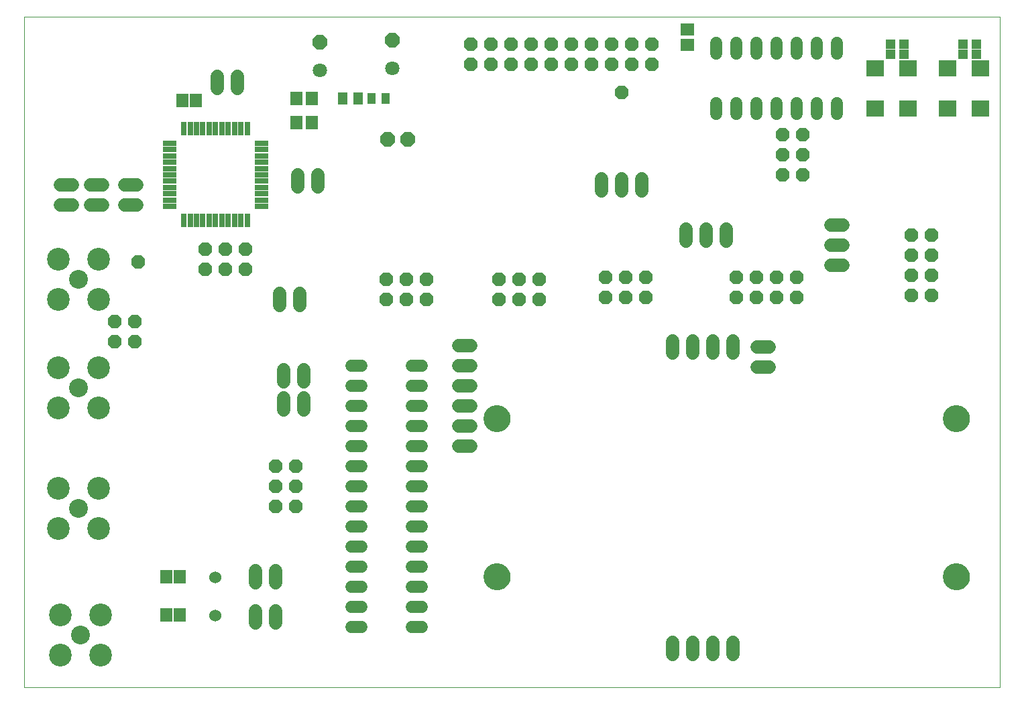
<source format=gbr>
G75*
%MOIN*%
%OFA0B0*%
%FSLAX24Y24*%
%IPPOS*%
%LPD*%
%AMOC8*
5,1,8,0,0,1.08239X$1,22.5*
%
%ADD10C,0.0000*%
%ADD11C,0.0600*%
%ADD12OC8,0.0680*%
%ADD13C,0.0600*%
%ADD14R,0.0592X0.0671*%
%ADD15C,0.0680*%
%ADD16C,0.1340*%
%ADD17C,0.0674*%
%ADD18R,0.0671X0.0277*%
%ADD19R,0.0277X0.0671*%
%ADD20R,0.0867X0.0789*%
%ADD21R,0.0513X0.0474*%
%ADD22C,0.0935*%
%ADD23C,0.1130*%
%ADD24R,0.0395X0.0552*%
%ADD25R,0.0513X0.0631*%
%ADD26OC8,0.0710*%
%ADD27C,0.0710*%
%ADD28OC8,0.0740*%
%ADD29R,0.0671X0.0592*%
D10*
X000650Y000650D02*
X000650Y034020D01*
X049142Y034020D01*
X049142Y000650D01*
X000650Y000650D01*
X023520Y006150D02*
X023522Y006200D01*
X023528Y006250D01*
X023538Y006299D01*
X023552Y006347D01*
X023569Y006394D01*
X023590Y006439D01*
X023615Y006483D01*
X023643Y006524D01*
X023675Y006563D01*
X023709Y006600D01*
X023746Y006634D01*
X023786Y006664D01*
X023828Y006691D01*
X023872Y006715D01*
X023918Y006736D01*
X023965Y006752D01*
X024013Y006765D01*
X024063Y006774D01*
X024112Y006779D01*
X024163Y006780D01*
X024213Y006777D01*
X024262Y006770D01*
X024311Y006759D01*
X024359Y006744D01*
X024405Y006726D01*
X024450Y006704D01*
X024493Y006678D01*
X024534Y006649D01*
X024573Y006617D01*
X024609Y006582D01*
X024641Y006544D01*
X024671Y006504D01*
X024698Y006461D01*
X024721Y006417D01*
X024740Y006371D01*
X024756Y006323D01*
X024768Y006274D01*
X024776Y006225D01*
X024780Y006175D01*
X024780Y006125D01*
X024776Y006075D01*
X024768Y006026D01*
X024756Y005977D01*
X024740Y005929D01*
X024721Y005883D01*
X024698Y005839D01*
X024671Y005796D01*
X024641Y005756D01*
X024609Y005718D01*
X024573Y005683D01*
X024534Y005651D01*
X024493Y005622D01*
X024450Y005596D01*
X024405Y005574D01*
X024359Y005556D01*
X024311Y005541D01*
X024262Y005530D01*
X024213Y005523D01*
X024163Y005520D01*
X024112Y005521D01*
X024063Y005526D01*
X024013Y005535D01*
X023965Y005548D01*
X023918Y005564D01*
X023872Y005585D01*
X023828Y005609D01*
X023786Y005636D01*
X023746Y005666D01*
X023709Y005700D01*
X023675Y005737D01*
X023643Y005776D01*
X023615Y005817D01*
X023590Y005861D01*
X023569Y005906D01*
X023552Y005953D01*
X023538Y006001D01*
X023528Y006050D01*
X023522Y006100D01*
X023520Y006150D01*
X023520Y014024D02*
X023522Y014074D01*
X023528Y014124D01*
X023538Y014173D01*
X023552Y014221D01*
X023569Y014268D01*
X023590Y014313D01*
X023615Y014357D01*
X023643Y014398D01*
X023675Y014437D01*
X023709Y014474D01*
X023746Y014508D01*
X023786Y014538D01*
X023828Y014565D01*
X023872Y014589D01*
X023918Y014610D01*
X023965Y014626D01*
X024013Y014639D01*
X024063Y014648D01*
X024112Y014653D01*
X024163Y014654D01*
X024213Y014651D01*
X024262Y014644D01*
X024311Y014633D01*
X024359Y014618D01*
X024405Y014600D01*
X024450Y014578D01*
X024493Y014552D01*
X024534Y014523D01*
X024573Y014491D01*
X024609Y014456D01*
X024641Y014418D01*
X024671Y014378D01*
X024698Y014335D01*
X024721Y014291D01*
X024740Y014245D01*
X024756Y014197D01*
X024768Y014148D01*
X024776Y014099D01*
X024780Y014049D01*
X024780Y013999D01*
X024776Y013949D01*
X024768Y013900D01*
X024756Y013851D01*
X024740Y013803D01*
X024721Y013757D01*
X024698Y013713D01*
X024671Y013670D01*
X024641Y013630D01*
X024609Y013592D01*
X024573Y013557D01*
X024534Y013525D01*
X024493Y013496D01*
X024450Y013470D01*
X024405Y013448D01*
X024359Y013430D01*
X024311Y013415D01*
X024262Y013404D01*
X024213Y013397D01*
X024163Y013394D01*
X024112Y013395D01*
X024063Y013400D01*
X024013Y013409D01*
X023965Y013422D01*
X023918Y013438D01*
X023872Y013459D01*
X023828Y013483D01*
X023786Y013510D01*
X023746Y013540D01*
X023709Y013574D01*
X023675Y013611D01*
X023643Y013650D01*
X023615Y013691D01*
X023590Y013735D01*
X023569Y013780D01*
X023552Y013827D01*
X023538Y013875D01*
X023528Y013924D01*
X023522Y013974D01*
X023520Y014024D01*
X046355Y014024D02*
X046357Y014074D01*
X046363Y014124D01*
X046373Y014173D01*
X046387Y014221D01*
X046404Y014268D01*
X046425Y014313D01*
X046450Y014357D01*
X046478Y014398D01*
X046510Y014437D01*
X046544Y014474D01*
X046581Y014508D01*
X046621Y014538D01*
X046663Y014565D01*
X046707Y014589D01*
X046753Y014610D01*
X046800Y014626D01*
X046848Y014639D01*
X046898Y014648D01*
X046947Y014653D01*
X046998Y014654D01*
X047048Y014651D01*
X047097Y014644D01*
X047146Y014633D01*
X047194Y014618D01*
X047240Y014600D01*
X047285Y014578D01*
X047328Y014552D01*
X047369Y014523D01*
X047408Y014491D01*
X047444Y014456D01*
X047476Y014418D01*
X047506Y014378D01*
X047533Y014335D01*
X047556Y014291D01*
X047575Y014245D01*
X047591Y014197D01*
X047603Y014148D01*
X047611Y014099D01*
X047615Y014049D01*
X047615Y013999D01*
X047611Y013949D01*
X047603Y013900D01*
X047591Y013851D01*
X047575Y013803D01*
X047556Y013757D01*
X047533Y013713D01*
X047506Y013670D01*
X047476Y013630D01*
X047444Y013592D01*
X047408Y013557D01*
X047369Y013525D01*
X047328Y013496D01*
X047285Y013470D01*
X047240Y013448D01*
X047194Y013430D01*
X047146Y013415D01*
X047097Y013404D01*
X047048Y013397D01*
X046998Y013394D01*
X046947Y013395D01*
X046898Y013400D01*
X046848Y013409D01*
X046800Y013422D01*
X046753Y013438D01*
X046707Y013459D01*
X046663Y013483D01*
X046621Y013510D01*
X046581Y013540D01*
X046544Y013574D01*
X046510Y013611D01*
X046478Y013650D01*
X046450Y013691D01*
X046425Y013735D01*
X046404Y013780D01*
X046387Y013827D01*
X046373Y013875D01*
X046363Y013924D01*
X046357Y013974D01*
X046355Y014024D01*
X046355Y006150D02*
X046357Y006200D01*
X046363Y006250D01*
X046373Y006299D01*
X046387Y006347D01*
X046404Y006394D01*
X046425Y006439D01*
X046450Y006483D01*
X046478Y006524D01*
X046510Y006563D01*
X046544Y006600D01*
X046581Y006634D01*
X046621Y006664D01*
X046663Y006691D01*
X046707Y006715D01*
X046753Y006736D01*
X046800Y006752D01*
X046848Y006765D01*
X046898Y006774D01*
X046947Y006779D01*
X046998Y006780D01*
X047048Y006777D01*
X047097Y006770D01*
X047146Y006759D01*
X047194Y006744D01*
X047240Y006726D01*
X047285Y006704D01*
X047328Y006678D01*
X047369Y006649D01*
X047408Y006617D01*
X047444Y006582D01*
X047476Y006544D01*
X047506Y006504D01*
X047533Y006461D01*
X047556Y006417D01*
X047575Y006371D01*
X047591Y006323D01*
X047603Y006274D01*
X047611Y006225D01*
X047615Y006175D01*
X047615Y006125D01*
X047611Y006075D01*
X047603Y006026D01*
X047591Y005977D01*
X047575Y005929D01*
X047556Y005883D01*
X047533Y005839D01*
X047506Y005796D01*
X047476Y005756D01*
X047444Y005718D01*
X047408Y005683D01*
X047369Y005651D01*
X047328Y005622D01*
X047285Y005596D01*
X047240Y005574D01*
X047194Y005556D01*
X047146Y005541D01*
X047097Y005530D01*
X047048Y005523D01*
X046998Y005520D01*
X046947Y005521D01*
X046898Y005526D01*
X046848Y005535D01*
X046800Y005548D01*
X046753Y005564D01*
X046707Y005585D01*
X046663Y005609D01*
X046621Y005636D01*
X046581Y005666D01*
X046544Y005700D01*
X046510Y005737D01*
X046478Y005776D01*
X046450Y005817D01*
X046425Y005861D01*
X046404Y005906D01*
X046387Y005953D01*
X046373Y006001D01*
X046363Y006050D01*
X046357Y006100D01*
X046355Y006150D01*
D11*
X020410Y005650D02*
X019890Y005650D01*
X019890Y004650D02*
X020410Y004650D01*
X020410Y003650D02*
X019890Y003650D01*
X017410Y003650D02*
X016890Y003650D01*
X016890Y004650D02*
X017410Y004650D01*
X017410Y005650D02*
X016890Y005650D01*
X016890Y006650D02*
X017410Y006650D01*
X017410Y007650D02*
X016890Y007650D01*
X016890Y008650D02*
X017410Y008650D01*
X017410Y009650D02*
X016890Y009650D01*
X016890Y010650D02*
X017410Y010650D01*
X017410Y011650D02*
X016890Y011650D01*
X016890Y012650D02*
X017410Y012650D01*
X017410Y013650D02*
X016890Y013650D01*
X016890Y014650D02*
X017410Y014650D01*
X017410Y015650D02*
X016890Y015650D01*
X016890Y016650D02*
X017410Y016650D01*
X019890Y016650D02*
X020410Y016650D01*
X020410Y015650D02*
X019890Y015650D01*
X019890Y014650D02*
X020410Y014650D01*
X020410Y013650D02*
X019890Y013650D01*
X019890Y012650D02*
X020410Y012650D01*
X020410Y011650D02*
X019890Y011650D01*
X019890Y010650D02*
X020410Y010650D01*
X020410Y009650D02*
X019890Y009650D01*
X019890Y008650D02*
X020410Y008650D01*
X020410Y007650D02*
X019890Y007650D01*
X019890Y006650D02*
X020410Y006650D01*
X035050Y029190D02*
X035050Y029710D01*
X036050Y029710D02*
X036050Y029190D01*
X037050Y029190D02*
X037050Y029710D01*
X038050Y029710D02*
X038050Y029190D01*
X039050Y029190D02*
X039050Y029710D01*
X040050Y029710D02*
X040050Y029190D01*
X041050Y029190D02*
X041050Y029710D01*
X041050Y032190D02*
X041050Y032710D01*
X040050Y032710D02*
X040050Y032190D01*
X039050Y032190D02*
X039050Y032710D01*
X038050Y032710D02*
X038050Y032190D01*
X037050Y032190D02*
X037050Y032710D01*
X036050Y032710D02*
X036050Y032190D01*
X035050Y032190D02*
X035050Y032710D01*
D12*
X031850Y032650D03*
X030850Y032650D03*
X029850Y032650D03*
X028850Y032650D03*
X027850Y032650D03*
X026850Y032650D03*
X025850Y032650D03*
X024850Y032650D03*
X023850Y032650D03*
X022850Y032650D03*
X022850Y031650D03*
X023850Y031650D03*
X024850Y031650D03*
X025850Y031650D03*
X026850Y031650D03*
X027850Y031650D03*
X028850Y031650D03*
X029850Y031650D03*
X030850Y031650D03*
X031850Y031650D03*
X030350Y030250D03*
X038350Y028150D03*
X039350Y028150D03*
X039350Y027150D03*
X038350Y027150D03*
X038350Y026150D03*
X039350Y026150D03*
X044750Y023150D03*
X045750Y023150D03*
X045750Y022150D03*
X044750Y022150D03*
X044750Y021150D03*
X045750Y021150D03*
X045750Y020150D03*
X044750Y020150D03*
X039050Y020050D03*
X038050Y020050D03*
X037050Y020050D03*
X036050Y020050D03*
X036050Y021050D03*
X037050Y021050D03*
X038050Y021050D03*
X039050Y021050D03*
X031550Y021050D03*
X030550Y021050D03*
X029550Y021050D03*
X029550Y020050D03*
X030550Y020050D03*
X031550Y020050D03*
X026250Y019950D03*
X025250Y019950D03*
X024250Y019950D03*
X024250Y020950D03*
X025250Y020950D03*
X026250Y020950D03*
X020650Y020950D03*
X019650Y020950D03*
X018650Y020950D03*
X018650Y019950D03*
X019650Y019950D03*
X020650Y019950D03*
X011650Y021450D03*
X010650Y021450D03*
X009650Y021450D03*
X009650Y022450D03*
X010650Y022450D03*
X011650Y022450D03*
X006300Y021800D03*
X006150Y018850D03*
X005150Y018850D03*
X005150Y017850D03*
X006150Y017850D03*
X013150Y011650D03*
X014150Y011650D03*
X014150Y010650D03*
X013150Y010650D03*
X013150Y009650D03*
X014150Y009650D03*
D13*
X010150Y006100D03*
X010150Y004200D03*
D14*
X008385Y004250D03*
X007715Y004250D03*
X007715Y006150D03*
X008385Y006150D03*
X014176Y028750D03*
X014924Y028750D03*
X014924Y029950D03*
X014176Y029950D03*
X009185Y029850D03*
X008515Y029850D03*
D15*
X010250Y030450D02*
X010250Y031050D01*
X011250Y031050D02*
X011250Y030450D01*
X014250Y026150D02*
X014250Y025550D01*
X015250Y025550D02*
X015250Y026150D01*
X014350Y020250D02*
X014350Y019650D01*
X013350Y019650D02*
X013350Y020250D01*
X013550Y016450D02*
X013550Y015850D01*
X014550Y015850D02*
X014550Y016450D01*
X014550Y015050D02*
X014550Y014450D01*
X013550Y014450D02*
X013550Y015050D01*
X022250Y014650D02*
X022850Y014650D01*
X022850Y013650D02*
X022250Y013650D01*
X022250Y012650D02*
X022850Y012650D01*
X022850Y015650D02*
X022250Y015650D01*
X022250Y016650D02*
X022850Y016650D01*
X022850Y017650D02*
X022250Y017650D01*
X033550Y022850D02*
X033550Y023450D01*
X034550Y023450D02*
X034550Y022850D01*
X035550Y022850D02*
X035550Y023450D01*
X031350Y025350D02*
X031350Y025950D01*
X030350Y025950D02*
X030350Y025350D01*
X029350Y025350D02*
X029350Y025950D01*
X040750Y023650D02*
X041350Y023650D01*
X041350Y022650D02*
X040750Y022650D01*
X040750Y021650D02*
X041350Y021650D01*
X013150Y006450D02*
X013150Y005850D01*
X012150Y005850D02*
X012150Y006450D01*
X012150Y004450D02*
X012150Y003850D01*
X013150Y003850D02*
X013150Y004450D01*
X006250Y024650D02*
X005650Y024650D01*
X004550Y024650D02*
X003950Y024650D01*
X003050Y024650D02*
X002450Y024650D01*
X002450Y025650D02*
X003050Y025650D01*
X003950Y025650D02*
X004550Y025650D01*
X005650Y025650D02*
X006250Y025650D01*
D16*
X024150Y014024D03*
X024150Y006150D03*
X046985Y006150D03*
X046985Y014024D03*
D17*
X037656Y016587D02*
X037062Y016587D01*
X035859Y017290D02*
X035859Y017884D01*
X034859Y017884D02*
X034859Y017290D01*
X033859Y017290D02*
X033859Y017884D01*
X032859Y017884D02*
X032859Y017290D01*
X037062Y017587D02*
X037656Y017587D01*
X035859Y002884D02*
X035859Y002290D01*
X034859Y002290D02*
X034859Y002884D01*
X033859Y002884D02*
X033859Y002290D01*
X032859Y002290D02*
X032859Y002884D01*
D18*
X012433Y024575D03*
X012433Y024890D03*
X012433Y025205D03*
X012433Y025520D03*
X012433Y025835D03*
X012433Y026150D03*
X012433Y026465D03*
X012433Y026780D03*
X012433Y027095D03*
X012433Y027410D03*
X012433Y027725D03*
X007867Y027725D03*
X007867Y027410D03*
X007867Y027095D03*
X007867Y026780D03*
X007867Y026465D03*
X007867Y026150D03*
X007867Y025835D03*
X007867Y025520D03*
X007867Y025205D03*
X007867Y024890D03*
X007867Y024575D03*
D19*
X008575Y023867D03*
X008890Y023867D03*
X009205Y023867D03*
X009520Y023867D03*
X009835Y023867D03*
X010150Y023867D03*
X010465Y023867D03*
X010780Y023867D03*
X011095Y023867D03*
X011410Y023867D03*
X011725Y023867D03*
X011725Y028433D03*
X011410Y028433D03*
X011095Y028433D03*
X010780Y028433D03*
X010465Y028433D03*
X010150Y028433D03*
X009835Y028433D03*
X009520Y028433D03*
X009205Y028433D03*
X008890Y028433D03*
X008575Y028433D03*
D20*
X042923Y029450D03*
X044577Y029450D03*
X046523Y029450D03*
X048177Y029450D03*
X048177Y031450D03*
X046523Y031450D03*
X044577Y031450D03*
X042923Y031450D03*
D21*
X043715Y032150D03*
X043715Y032650D03*
X044385Y032650D03*
X044385Y032150D03*
X047315Y032150D03*
X047315Y032650D03*
X047985Y032650D03*
X047985Y032150D03*
D22*
X003350Y020950D03*
X003350Y015550D03*
X003350Y009550D03*
X003450Y003250D03*
D23*
X002446Y002246D03*
X004454Y002246D03*
X004454Y004254D03*
X002446Y004254D03*
X002346Y008546D03*
X004354Y008546D03*
X004354Y010554D03*
X002346Y010554D03*
X002346Y014546D03*
X004354Y014546D03*
X004354Y016554D03*
X002346Y016554D03*
X002346Y019946D03*
X004354Y019946D03*
X004354Y021954D03*
X002346Y021954D03*
D24*
X017896Y029950D03*
X018604Y029950D03*
D25*
X017244Y029950D03*
X016456Y029950D03*
D26*
X015350Y032750D03*
X018950Y032850D03*
D27*
X018950Y031450D03*
X015350Y031350D03*
D28*
X018700Y027900D03*
X019700Y027900D03*
D29*
X033600Y032626D03*
X033600Y033374D03*
M02*

</source>
